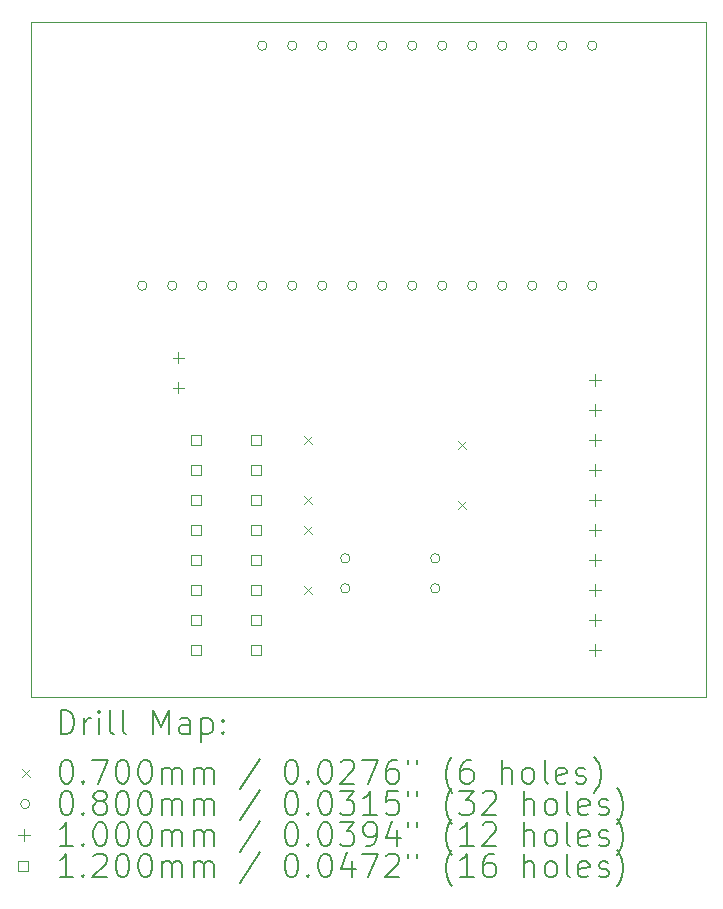
<source format=gbr>
%TF.GenerationSoftware,KiCad,Pcbnew,7.0.7*%
%TF.CreationDate,2023-10-16T22:47:09-07:00*%
%TF.ProjectId,Load Cell Ground Systems,4c6f6164-2043-4656-9c6c-2047726f756e,rev?*%
%TF.SameCoordinates,Original*%
%TF.FileFunction,Drillmap*%
%TF.FilePolarity,Positive*%
%FSLAX45Y45*%
G04 Gerber Fmt 4.5, Leading zero omitted, Abs format (unit mm)*
G04 Created by KiCad (PCBNEW 7.0.7) date 2023-10-16 22:47:09*
%MOMM*%
%LPD*%
G01*
G04 APERTURE LIST*
%ADD10C,0.100000*%
%ADD11C,0.200000*%
%ADD12C,0.070000*%
%ADD13C,0.080000*%
%ADD14C,0.120000*%
G04 APERTURE END LIST*
D10*
X2540000Y-2540000D02*
X8255000Y-2540000D01*
X8255000Y-8255000D01*
X2540000Y-8255000D01*
X2540000Y-2540000D01*
D11*
D12*
X4854000Y-6810000D02*
X4924000Y-6880000D01*
X4924000Y-6810000D02*
X4854000Y-6880000D01*
X4854000Y-7318000D02*
X4924000Y-7388000D01*
X4924000Y-7318000D02*
X4854000Y-7388000D01*
X4856000Y-6047000D02*
X4926000Y-6117000D01*
X4926000Y-6047000D02*
X4856000Y-6117000D01*
X4856000Y-6555000D02*
X4926000Y-6625000D01*
X4926000Y-6555000D02*
X4856000Y-6625000D01*
X6156000Y-6091000D02*
X6226000Y-6161000D01*
X6226000Y-6091000D02*
X6156000Y-6161000D01*
X6156000Y-6599000D02*
X6226000Y-6669000D01*
X6226000Y-6599000D02*
X6156000Y-6669000D01*
D13*
X3525000Y-4776000D02*
G75*
G03*
X3525000Y-4776000I-40000J0D01*
G01*
X3779000Y-4776000D02*
G75*
G03*
X3779000Y-4776000I-40000J0D01*
G01*
X4033000Y-4776000D02*
G75*
G03*
X4033000Y-4776000I-40000J0D01*
G01*
X4287000Y-4776000D02*
G75*
G03*
X4287000Y-4776000I-40000J0D01*
G01*
X4541000Y-2744000D02*
G75*
G03*
X4541000Y-2744000I-40000J0D01*
G01*
X4541000Y-4776000D02*
G75*
G03*
X4541000Y-4776000I-40000J0D01*
G01*
X4795000Y-2744000D02*
G75*
G03*
X4795000Y-2744000I-40000J0D01*
G01*
X4795000Y-4776000D02*
G75*
G03*
X4795000Y-4776000I-40000J0D01*
G01*
X5049000Y-2744000D02*
G75*
G03*
X5049000Y-2744000I-40000J0D01*
G01*
X5049000Y-4776000D02*
G75*
G03*
X5049000Y-4776000I-40000J0D01*
G01*
X5244000Y-7084000D02*
G75*
G03*
X5244000Y-7084000I-40000J0D01*
G01*
X5244000Y-7338000D02*
G75*
G03*
X5244000Y-7338000I-40000J0D01*
G01*
X5303000Y-2744000D02*
G75*
G03*
X5303000Y-2744000I-40000J0D01*
G01*
X5303000Y-4776000D02*
G75*
G03*
X5303000Y-4776000I-40000J0D01*
G01*
X5557000Y-2744000D02*
G75*
G03*
X5557000Y-2744000I-40000J0D01*
G01*
X5557000Y-4776000D02*
G75*
G03*
X5557000Y-4776000I-40000J0D01*
G01*
X5811000Y-2744000D02*
G75*
G03*
X5811000Y-2744000I-40000J0D01*
G01*
X5811000Y-4776000D02*
G75*
G03*
X5811000Y-4776000I-40000J0D01*
G01*
X6006000Y-7084000D02*
G75*
G03*
X6006000Y-7084000I-40000J0D01*
G01*
X6006000Y-7338000D02*
G75*
G03*
X6006000Y-7338000I-40000J0D01*
G01*
X6065000Y-2744000D02*
G75*
G03*
X6065000Y-2744000I-40000J0D01*
G01*
X6065000Y-4776000D02*
G75*
G03*
X6065000Y-4776000I-40000J0D01*
G01*
X6319000Y-2744000D02*
G75*
G03*
X6319000Y-2744000I-40000J0D01*
G01*
X6319000Y-4776000D02*
G75*
G03*
X6319000Y-4776000I-40000J0D01*
G01*
X6573000Y-2744000D02*
G75*
G03*
X6573000Y-2744000I-40000J0D01*
G01*
X6573000Y-4776000D02*
G75*
G03*
X6573000Y-4776000I-40000J0D01*
G01*
X6827000Y-2744000D02*
G75*
G03*
X6827000Y-2744000I-40000J0D01*
G01*
X6827000Y-4776000D02*
G75*
G03*
X6827000Y-4776000I-40000J0D01*
G01*
X7081000Y-2744000D02*
G75*
G03*
X7081000Y-2744000I-40000J0D01*
G01*
X7081000Y-4776000D02*
G75*
G03*
X7081000Y-4776000I-40000J0D01*
G01*
X7335000Y-2744000D02*
G75*
G03*
X7335000Y-2744000I-40000J0D01*
G01*
X7335000Y-4776000D02*
G75*
G03*
X7335000Y-4776000I-40000J0D01*
G01*
D10*
X3791500Y-5334000D02*
X3791500Y-5434000D01*
X3741500Y-5384000D02*
X3841500Y-5384000D01*
X3791500Y-5588000D02*
X3791500Y-5688000D01*
X3741500Y-5638000D02*
X3841500Y-5638000D01*
X7316000Y-5525000D02*
X7316000Y-5625000D01*
X7266000Y-5575000D02*
X7366000Y-5575000D01*
X7316000Y-5779000D02*
X7316000Y-5879000D01*
X7266000Y-5829000D02*
X7366000Y-5829000D01*
X7316000Y-6033000D02*
X7316000Y-6133000D01*
X7266000Y-6083000D02*
X7366000Y-6083000D01*
X7316000Y-6287000D02*
X7316000Y-6387000D01*
X7266000Y-6337000D02*
X7366000Y-6337000D01*
X7316000Y-6541000D02*
X7316000Y-6641000D01*
X7266000Y-6591000D02*
X7366000Y-6591000D01*
X7316000Y-6795000D02*
X7316000Y-6895000D01*
X7266000Y-6845000D02*
X7366000Y-6845000D01*
X7316000Y-7049000D02*
X7316000Y-7149000D01*
X7266000Y-7099000D02*
X7366000Y-7099000D01*
X7316000Y-7303000D02*
X7316000Y-7403000D01*
X7266000Y-7353000D02*
X7366000Y-7353000D01*
X7316000Y-7557000D02*
X7316000Y-7657000D01*
X7266000Y-7607000D02*
X7366000Y-7607000D01*
X7316000Y-7811000D02*
X7316000Y-7911000D01*
X7266000Y-7861000D02*
X7366000Y-7861000D01*
D14*
X3979427Y-6121427D02*
X3979427Y-6036573D01*
X3894573Y-6036573D01*
X3894573Y-6121427D01*
X3979427Y-6121427D01*
X3979427Y-6375427D02*
X3979427Y-6290573D01*
X3894573Y-6290573D01*
X3894573Y-6375427D01*
X3979427Y-6375427D01*
X3979427Y-6629427D02*
X3979427Y-6544573D01*
X3894573Y-6544573D01*
X3894573Y-6629427D01*
X3979427Y-6629427D01*
X3979427Y-6883427D02*
X3979427Y-6798573D01*
X3894573Y-6798573D01*
X3894573Y-6883427D01*
X3979427Y-6883427D01*
X3979427Y-7137427D02*
X3979427Y-7052573D01*
X3894573Y-7052573D01*
X3894573Y-7137427D01*
X3979427Y-7137427D01*
X3979427Y-7391427D02*
X3979427Y-7306573D01*
X3894573Y-7306573D01*
X3894573Y-7391427D01*
X3979427Y-7391427D01*
X3979427Y-7645427D02*
X3979427Y-7560573D01*
X3894573Y-7560573D01*
X3894573Y-7645427D01*
X3979427Y-7645427D01*
X3979427Y-7899427D02*
X3979427Y-7814573D01*
X3894573Y-7814573D01*
X3894573Y-7899427D01*
X3979427Y-7899427D01*
X4487427Y-6121427D02*
X4487427Y-6036573D01*
X4402573Y-6036573D01*
X4402573Y-6121427D01*
X4487427Y-6121427D01*
X4487427Y-6375427D02*
X4487427Y-6290573D01*
X4402573Y-6290573D01*
X4402573Y-6375427D01*
X4487427Y-6375427D01*
X4487427Y-6629427D02*
X4487427Y-6544573D01*
X4402573Y-6544573D01*
X4402573Y-6629427D01*
X4487427Y-6629427D01*
X4487427Y-6883427D02*
X4487427Y-6798573D01*
X4402573Y-6798573D01*
X4402573Y-6883427D01*
X4487427Y-6883427D01*
X4487427Y-7137427D02*
X4487427Y-7052573D01*
X4402573Y-7052573D01*
X4402573Y-7137427D01*
X4487427Y-7137427D01*
X4487427Y-7391427D02*
X4487427Y-7306573D01*
X4402573Y-7306573D01*
X4402573Y-7391427D01*
X4487427Y-7391427D01*
X4487427Y-7645427D02*
X4487427Y-7560573D01*
X4402573Y-7560573D01*
X4402573Y-7645427D01*
X4487427Y-7645427D01*
X4487427Y-7899427D02*
X4487427Y-7814573D01*
X4402573Y-7814573D01*
X4402573Y-7899427D01*
X4487427Y-7899427D01*
D11*
X2795777Y-8571484D02*
X2795777Y-8371484D01*
X2795777Y-8371484D02*
X2843396Y-8371484D01*
X2843396Y-8371484D02*
X2871967Y-8381008D01*
X2871967Y-8381008D02*
X2891015Y-8400055D01*
X2891015Y-8400055D02*
X2900539Y-8419103D01*
X2900539Y-8419103D02*
X2910062Y-8457198D01*
X2910062Y-8457198D02*
X2910062Y-8485770D01*
X2910062Y-8485770D02*
X2900539Y-8523865D01*
X2900539Y-8523865D02*
X2891015Y-8542912D01*
X2891015Y-8542912D02*
X2871967Y-8561960D01*
X2871967Y-8561960D02*
X2843396Y-8571484D01*
X2843396Y-8571484D02*
X2795777Y-8571484D01*
X2995777Y-8571484D02*
X2995777Y-8438150D01*
X2995777Y-8476246D02*
X3005301Y-8457198D01*
X3005301Y-8457198D02*
X3014824Y-8447674D01*
X3014824Y-8447674D02*
X3033872Y-8438150D01*
X3033872Y-8438150D02*
X3052920Y-8438150D01*
X3119586Y-8571484D02*
X3119586Y-8438150D01*
X3119586Y-8371484D02*
X3110062Y-8381008D01*
X3110062Y-8381008D02*
X3119586Y-8390531D01*
X3119586Y-8390531D02*
X3129110Y-8381008D01*
X3129110Y-8381008D02*
X3119586Y-8371484D01*
X3119586Y-8371484D02*
X3119586Y-8390531D01*
X3243396Y-8571484D02*
X3224348Y-8561960D01*
X3224348Y-8561960D02*
X3214824Y-8542912D01*
X3214824Y-8542912D02*
X3214824Y-8371484D01*
X3348158Y-8571484D02*
X3329110Y-8561960D01*
X3329110Y-8561960D02*
X3319586Y-8542912D01*
X3319586Y-8542912D02*
X3319586Y-8371484D01*
X3576729Y-8571484D02*
X3576729Y-8371484D01*
X3576729Y-8371484D02*
X3643396Y-8514341D01*
X3643396Y-8514341D02*
X3710062Y-8371484D01*
X3710062Y-8371484D02*
X3710062Y-8571484D01*
X3891015Y-8571484D02*
X3891015Y-8466722D01*
X3891015Y-8466722D02*
X3881491Y-8447674D01*
X3881491Y-8447674D02*
X3862443Y-8438150D01*
X3862443Y-8438150D02*
X3824348Y-8438150D01*
X3824348Y-8438150D02*
X3805301Y-8447674D01*
X3891015Y-8561960D02*
X3871967Y-8571484D01*
X3871967Y-8571484D02*
X3824348Y-8571484D01*
X3824348Y-8571484D02*
X3805301Y-8561960D01*
X3805301Y-8561960D02*
X3795777Y-8542912D01*
X3795777Y-8542912D02*
X3795777Y-8523865D01*
X3795777Y-8523865D02*
X3805301Y-8504817D01*
X3805301Y-8504817D02*
X3824348Y-8495293D01*
X3824348Y-8495293D02*
X3871967Y-8495293D01*
X3871967Y-8495293D02*
X3891015Y-8485770D01*
X3986253Y-8438150D02*
X3986253Y-8638150D01*
X3986253Y-8447674D02*
X4005301Y-8438150D01*
X4005301Y-8438150D02*
X4043396Y-8438150D01*
X4043396Y-8438150D02*
X4062443Y-8447674D01*
X4062443Y-8447674D02*
X4071967Y-8457198D01*
X4071967Y-8457198D02*
X4081491Y-8476246D01*
X4081491Y-8476246D02*
X4081491Y-8533389D01*
X4081491Y-8533389D02*
X4071967Y-8552436D01*
X4071967Y-8552436D02*
X4062443Y-8561960D01*
X4062443Y-8561960D02*
X4043396Y-8571484D01*
X4043396Y-8571484D02*
X4005301Y-8571484D01*
X4005301Y-8571484D02*
X3986253Y-8561960D01*
X4167205Y-8552436D02*
X4176729Y-8561960D01*
X4176729Y-8561960D02*
X4167205Y-8571484D01*
X4167205Y-8571484D02*
X4157682Y-8561960D01*
X4157682Y-8561960D02*
X4167205Y-8552436D01*
X4167205Y-8552436D02*
X4167205Y-8571484D01*
X4167205Y-8447674D02*
X4176729Y-8457198D01*
X4176729Y-8457198D02*
X4167205Y-8466722D01*
X4167205Y-8466722D02*
X4157682Y-8457198D01*
X4157682Y-8457198D02*
X4167205Y-8447674D01*
X4167205Y-8447674D02*
X4167205Y-8466722D01*
D12*
X2465000Y-8865000D02*
X2535000Y-8935000D01*
X2535000Y-8865000D02*
X2465000Y-8935000D01*
D11*
X2833872Y-8791484D02*
X2852920Y-8791484D01*
X2852920Y-8791484D02*
X2871967Y-8801008D01*
X2871967Y-8801008D02*
X2881491Y-8810531D01*
X2881491Y-8810531D02*
X2891015Y-8829579D01*
X2891015Y-8829579D02*
X2900539Y-8867674D01*
X2900539Y-8867674D02*
X2900539Y-8915293D01*
X2900539Y-8915293D02*
X2891015Y-8953389D01*
X2891015Y-8953389D02*
X2881491Y-8972436D01*
X2881491Y-8972436D02*
X2871967Y-8981960D01*
X2871967Y-8981960D02*
X2852920Y-8991484D01*
X2852920Y-8991484D02*
X2833872Y-8991484D01*
X2833872Y-8991484D02*
X2814824Y-8981960D01*
X2814824Y-8981960D02*
X2805301Y-8972436D01*
X2805301Y-8972436D02*
X2795777Y-8953389D01*
X2795777Y-8953389D02*
X2786253Y-8915293D01*
X2786253Y-8915293D02*
X2786253Y-8867674D01*
X2786253Y-8867674D02*
X2795777Y-8829579D01*
X2795777Y-8829579D02*
X2805301Y-8810531D01*
X2805301Y-8810531D02*
X2814824Y-8801008D01*
X2814824Y-8801008D02*
X2833872Y-8791484D01*
X2986253Y-8972436D02*
X2995777Y-8981960D01*
X2995777Y-8981960D02*
X2986253Y-8991484D01*
X2986253Y-8991484D02*
X2976729Y-8981960D01*
X2976729Y-8981960D02*
X2986253Y-8972436D01*
X2986253Y-8972436D02*
X2986253Y-8991484D01*
X3062443Y-8791484D02*
X3195777Y-8791484D01*
X3195777Y-8791484D02*
X3110062Y-8991484D01*
X3310062Y-8791484D02*
X3329110Y-8791484D01*
X3329110Y-8791484D02*
X3348158Y-8801008D01*
X3348158Y-8801008D02*
X3357682Y-8810531D01*
X3357682Y-8810531D02*
X3367205Y-8829579D01*
X3367205Y-8829579D02*
X3376729Y-8867674D01*
X3376729Y-8867674D02*
X3376729Y-8915293D01*
X3376729Y-8915293D02*
X3367205Y-8953389D01*
X3367205Y-8953389D02*
X3357682Y-8972436D01*
X3357682Y-8972436D02*
X3348158Y-8981960D01*
X3348158Y-8981960D02*
X3329110Y-8991484D01*
X3329110Y-8991484D02*
X3310062Y-8991484D01*
X3310062Y-8991484D02*
X3291015Y-8981960D01*
X3291015Y-8981960D02*
X3281491Y-8972436D01*
X3281491Y-8972436D02*
X3271967Y-8953389D01*
X3271967Y-8953389D02*
X3262443Y-8915293D01*
X3262443Y-8915293D02*
X3262443Y-8867674D01*
X3262443Y-8867674D02*
X3271967Y-8829579D01*
X3271967Y-8829579D02*
X3281491Y-8810531D01*
X3281491Y-8810531D02*
X3291015Y-8801008D01*
X3291015Y-8801008D02*
X3310062Y-8791484D01*
X3500539Y-8791484D02*
X3519586Y-8791484D01*
X3519586Y-8791484D02*
X3538634Y-8801008D01*
X3538634Y-8801008D02*
X3548158Y-8810531D01*
X3548158Y-8810531D02*
X3557682Y-8829579D01*
X3557682Y-8829579D02*
X3567205Y-8867674D01*
X3567205Y-8867674D02*
X3567205Y-8915293D01*
X3567205Y-8915293D02*
X3557682Y-8953389D01*
X3557682Y-8953389D02*
X3548158Y-8972436D01*
X3548158Y-8972436D02*
X3538634Y-8981960D01*
X3538634Y-8981960D02*
X3519586Y-8991484D01*
X3519586Y-8991484D02*
X3500539Y-8991484D01*
X3500539Y-8991484D02*
X3481491Y-8981960D01*
X3481491Y-8981960D02*
X3471967Y-8972436D01*
X3471967Y-8972436D02*
X3462443Y-8953389D01*
X3462443Y-8953389D02*
X3452920Y-8915293D01*
X3452920Y-8915293D02*
X3452920Y-8867674D01*
X3452920Y-8867674D02*
X3462443Y-8829579D01*
X3462443Y-8829579D02*
X3471967Y-8810531D01*
X3471967Y-8810531D02*
X3481491Y-8801008D01*
X3481491Y-8801008D02*
X3500539Y-8791484D01*
X3652920Y-8991484D02*
X3652920Y-8858150D01*
X3652920Y-8877198D02*
X3662443Y-8867674D01*
X3662443Y-8867674D02*
X3681491Y-8858150D01*
X3681491Y-8858150D02*
X3710063Y-8858150D01*
X3710063Y-8858150D02*
X3729110Y-8867674D01*
X3729110Y-8867674D02*
X3738634Y-8886722D01*
X3738634Y-8886722D02*
X3738634Y-8991484D01*
X3738634Y-8886722D02*
X3748158Y-8867674D01*
X3748158Y-8867674D02*
X3767205Y-8858150D01*
X3767205Y-8858150D02*
X3795777Y-8858150D01*
X3795777Y-8858150D02*
X3814824Y-8867674D01*
X3814824Y-8867674D02*
X3824348Y-8886722D01*
X3824348Y-8886722D02*
X3824348Y-8991484D01*
X3919586Y-8991484D02*
X3919586Y-8858150D01*
X3919586Y-8877198D02*
X3929110Y-8867674D01*
X3929110Y-8867674D02*
X3948158Y-8858150D01*
X3948158Y-8858150D02*
X3976729Y-8858150D01*
X3976729Y-8858150D02*
X3995777Y-8867674D01*
X3995777Y-8867674D02*
X4005301Y-8886722D01*
X4005301Y-8886722D02*
X4005301Y-8991484D01*
X4005301Y-8886722D02*
X4014824Y-8867674D01*
X4014824Y-8867674D02*
X4033872Y-8858150D01*
X4033872Y-8858150D02*
X4062443Y-8858150D01*
X4062443Y-8858150D02*
X4081491Y-8867674D01*
X4081491Y-8867674D02*
X4091015Y-8886722D01*
X4091015Y-8886722D02*
X4091015Y-8991484D01*
X4481491Y-8781960D02*
X4310063Y-9039103D01*
X4738634Y-8791484D02*
X4757682Y-8791484D01*
X4757682Y-8791484D02*
X4776729Y-8801008D01*
X4776729Y-8801008D02*
X4786253Y-8810531D01*
X4786253Y-8810531D02*
X4795777Y-8829579D01*
X4795777Y-8829579D02*
X4805301Y-8867674D01*
X4805301Y-8867674D02*
X4805301Y-8915293D01*
X4805301Y-8915293D02*
X4795777Y-8953389D01*
X4795777Y-8953389D02*
X4786253Y-8972436D01*
X4786253Y-8972436D02*
X4776729Y-8981960D01*
X4776729Y-8981960D02*
X4757682Y-8991484D01*
X4757682Y-8991484D02*
X4738634Y-8991484D01*
X4738634Y-8991484D02*
X4719587Y-8981960D01*
X4719587Y-8981960D02*
X4710063Y-8972436D01*
X4710063Y-8972436D02*
X4700539Y-8953389D01*
X4700539Y-8953389D02*
X4691015Y-8915293D01*
X4691015Y-8915293D02*
X4691015Y-8867674D01*
X4691015Y-8867674D02*
X4700539Y-8829579D01*
X4700539Y-8829579D02*
X4710063Y-8810531D01*
X4710063Y-8810531D02*
X4719587Y-8801008D01*
X4719587Y-8801008D02*
X4738634Y-8791484D01*
X4891015Y-8972436D02*
X4900539Y-8981960D01*
X4900539Y-8981960D02*
X4891015Y-8991484D01*
X4891015Y-8991484D02*
X4881491Y-8981960D01*
X4881491Y-8981960D02*
X4891015Y-8972436D01*
X4891015Y-8972436D02*
X4891015Y-8991484D01*
X5024348Y-8791484D02*
X5043396Y-8791484D01*
X5043396Y-8791484D02*
X5062444Y-8801008D01*
X5062444Y-8801008D02*
X5071968Y-8810531D01*
X5071968Y-8810531D02*
X5081491Y-8829579D01*
X5081491Y-8829579D02*
X5091015Y-8867674D01*
X5091015Y-8867674D02*
X5091015Y-8915293D01*
X5091015Y-8915293D02*
X5081491Y-8953389D01*
X5081491Y-8953389D02*
X5071968Y-8972436D01*
X5071968Y-8972436D02*
X5062444Y-8981960D01*
X5062444Y-8981960D02*
X5043396Y-8991484D01*
X5043396Y-8991484D02*
X5024348Y-8991484D01*
X5024348Y-8991484D02*
X5005301Y-8981960D01*
X5005301Y-8981960D02*
X4995777Y-8972436D01*
X4995777Y-8972436D02*
X4986253Y-8953389D01*
X4986253Y-8953389D02*
X4976729Y-8915293D01*
X4976729Y-8915293D02*
X4976729Y-8867674D01*
X4976729Y-8867674D02*
X4986253Y-8829579D01*
X4986253Y-8829579D02*
X4995777Y-8810531D01*
X4995777Y-8810531D02*
X5005301Y-8801008D01*
X5005301Y-8801008D02*
X5024348Y-8791484D01*
X5167206Y-8810531D02*
X5176729Y-8801008D01*
X5176729Y-8801008D02*
X5195777Y-8791484D01*
X5195777Y-8791484D02*
X5243396Y-8791484D01*
X5243396Y-8791484D02*
X5262444Y-8801008D01*
X5262444Y-8801008D02*
X5271968Y-8810531D01*
X5271968Y-8810531D02*
X5281491Y-8829579D01*
X5281491Y-8829579D02*
X5281491Y-8848627D01*
X5281491Y-8848627D02*
X5271968Y-8877198D01*
X5271968Y-8877198D02*
X5157682Y-8991484D01*
X5157682Y-8991484D02*
X5281491Y-8991484D01*
X5348158Y-8791484D02*
X5481491Y-8791484D01*
X5481491Y-8791484D02*
X5395777Y-8991484D01*
X5643396Y-8791484D02*
X5605301Y-8791484D01*
X5605301Y-8791484D02*
X5586253Y-8801008D01*
X5586253Y-8801008D02*
X5576729Y-8810531D01*
X5576729Y-8810531D02*
X5557682Y-8839103D01*
X5557682Y-8839103D02*
X5548158Y-8877198D01*
X5548158Y-8877198D02*
X5548158Y-8953389D01*
X5548158Y-8953389D02*
X5557682Y-8972436D01*
X5557682Y-8972436D02*
X5567206Y-8981960D01*
X5567206Y-8981960D02*
X5586253Y-8991484D01*
X5586253Y-8991484D02*
X5624348Y-8991484D01*
X5624348Y-8991484D02*
X5643396Y-8981960D01*
X5643396Y-8981960D02*
X5652920Y-8972436D01*
X5652920Y-8972436D02*
X5662444Y-8953389D01*
X5662444Y-8953389D02*
X5662444Y-8905770D01*
X5662444Y-8905770D02*
X5652920Y-8886722D01*
X5652920Y-8886722D02*
X5643396Y-8877198D01*
X5643396Y-8877198D02*
X5624348Y-8867674D01*
X5624348Y-8867674D02*
X5586253Y-8867674D01*
X5586253Y-8867674D02*
X5567206Y-8877198D01*
X5567206Y-8877198D02*
X5557682Y-8886722D01*
X5557682Y-8886722D02*
X5548158Y-8905770D01*
X5738634Y-8791484D02*
X5738634Y-8829579D01*
X5814825Y-8791484D02*
X5814825Y-8829579D01*
X6110063Y-9067674D02*
X6100539Y-9058150D01*
X6100539Y-9058150D02*
X6081491Y-9029579D01*
X6081491Y-9029579D02*
X6071968Y-9010531D01*
X6071968Y-9010531D02*
X6062444Y-8981960D01*
X6062444Y-8981960D02*
X6052920Y-8934341D01*
X6052920Y-8934341D02*
X6052920Y-8896246D01*
X6052920Y-8896246D02*
X6062444Y-8848627D01*
X6062444Y-8848627D02*
X6071968Y-8820055D01*
X6071968Y-8820055D02*
X6081491Y-8801008D01*
X6081491Y-8801008D02*
X6100539Y-8772436D01*
X6100539Y-8772436D02*
X6110063Y-8762912D01*
X6271968Y-8791484D02*
X6233872Y-8791484D01*
X6233872Y-8791484D02*
X6214825Y-8801008D01*
X6214825Y-8801008D02*
X6205301Y-8810531D01*
X6205301Y-8810531D02*
X6186253Y-8839103D01*
X6186253Y-8839103D02*
X6176729Y-8877198D01*
X6176729Y-8877198D02*
X6176729Y-8953389D01*
X6176729Y-8953389D02*
X6186253Y-8972436D01*
X6186253Y-8972436D02*
X6195777Y-8981960D01*
X6195777Y-8981960D02*
X6214825Y-8991484D01*
X6214825Y-8991484D02*
X6252920Y-8991484D01*
X6252920Y-8991484D02*
X6271968Y-8981960D01*
X6271968Y-8981960D02*
X6281491Y-8972436D01*
X6281491Y-8972436D02*
X6291015Y-8953389D01*
X6291015Y-8953389D02*
X6291015Y-8905770D01*
X6291015Y-8905770D02*
X6281491Y-8886722D01*
X6281491Y-8886722D02*
X6271968Y-8877198D01*
X6271968Y-8877198D02*
X6252920Y-8867674D01*
X6252920Y-8867674D02*
X6214825Y-8867674D01*
X6214825Y-8867674D02*
X6195777Y-8877198D01*
X6195777Y-8877198D02*
X6186253Y-8886722D01*
X6186253Y-8886722D02*
X6176729Y-8905770D01*
X6529110Y-8991484D02*
X6529110Y-8791484D01*
X6614825Y-8991484D02*
X6614825Y-8886722D01*
X6614825Y-8886722D02*
X6605301Y-8867674D01*
X6605301Y-8867674D02*
X6586253Y-8858150D01*
X6586253Y-8858150D02*
X6557682Y-8858150D01*
X6557682Y-8858150D02*
X6538634Y-8867674D01*
X6538634Y-8867674D02*
X6529110Y-8877198D01*
X6738634Y-8991484D02*
X6719587Y-8981960D01*
X6719587Y-8981960D02*
X6710063Y-8972436D01*
X6710063Y-8972436D02*
X6700539Y-8953389D01*
X6700539Y-8953389D02*
X6700539Y-8896246D01*
X6700539Y-8896246D02*
X6710063Y-8877198D01*
X6710063Y-8877198D02*
X6719587Y-8867674D01*
X6719587Y-8867674D02*
X6738634Y-8858150D01*
X6738634Y-8858150D02*
X6767206Y-8858150D01*
X6767206Y-8858150D02*
X6786253Y-8867674D01*
X6786253Y-8867674D02*
X6795777Y-8877198D01*
X6795777Y-8877198D02*
X6805301Y-8896246D01*
X6805301Y-8896246D02*
X6805301Y-8953389D01*
X6805301Y-8953389D02*
X6795777Y-8972436D01*
X6795777Y-8972436D02*
X6786253Y-8981960D01*
X6786253Y-8981960D02*
X6767206Y-8991484D01*
X6767206Y-8991484D02*
X6738634Y-8991484D01*
X6919587Y-8991484D02*
X6900539Y-8981960D01*
X6900539Y-8981960D02*
X6891015Y-8962912D01*
X6891015Y-8962912D02*
X6891015Y-8791484D01*
X7071968Y-8981960D02*
X7052920Y-8991484D01*
X7052920Y-8991484D02*
X7014825Y-8991484D01*
X7014825Y-8991484D02*
X6995777Y-8981960D01*
X6995777Y-8981960D02*
X6986253Y-8962912D01*
X6986253Y-8962912D02*
X6986253Y-8886722D01*
X6986253Y-8886722D02*
X6995777Y-8867674D01*
X6995777Y-8867674D02*
X7014825Y-8858150D01*
X7014825Y-8858150D02*
X7052920Y-8858150D01*
X7052920Y-8858150D02*
X7071968Y-8867674D01*
X7071968Y-8867674D02*
X7081491Y-8886722D01*
X7081491Y-8886722D02*
X7081491Y-8905770D01*
X7081491Y-8905770D02*
X6986253Y-8924817D01*
X7157682Y-8981960D02*
X7176730Y-8991484D01*
X7176730Y-8991484D02*
X7214825Y-8991484D01*
X7214825Y-8991484D02*
X7233872Y-8981960D01*
X7233872Y-8981960D02*
X7243396Y-8962912D01*
X7243396Y-8962912D02*
X7243396Y-8953389D01*
X7243396Y-8953389D02*
X7233872Y-8934341D01*
X7233872Y-8934341D02*
X7214825Y-8924817D01*
X7214825Y-8924817D02*
X7186253Y-8924817D01*
X7186253Y-8924817D02*
X7167206Y-8915293D01*
X7167206Y-8915293D02*
X7157682Y-8896246D01*
X7157682Y-8896246D02*
X7157682Y-8886722D01*
X7157682Y-8886722D02*
X7167206Y-8867674D01*
X7167206Y-8867674D02*
X7186253Y-8858150D01*
X7186253Y-8858150D02*
X7214825Y-8858150D01*
X7214825Y-8858150D02*
X7233872Y-8867674D01*
X7310063Y-9067674D02*
X7319587Y-9058150D01*
X7319587Y-9058150D02*
X7338634Y-9029579D01*
X7338634Y-9029579D02*
X7348158Y-9010531D01*
X7348158Y-9010531D02*
X7357682Y-8981960D01*
X7357682Y-8981960D02*
X7367206Y-8934341D01*
X7367206Y-8934341D02*
X7367206Y-8896246D01*
X7367206Y-8896246D02*
X7357682Y-8848627D01*
X7357682Y-8848627D02*
X7348158Y-8820055D01*
X7348158Y-8820055D02*
X7338634Y-8801008D01*
X7338634Y-8801008D02*
X7319587Y-8772436D01*
X7319587Y-8772436D02*
X7310063Y-8762912D01*
D13*
X2535000Y-9164000D02*
G75*
G03*
X2535000Y-9164000I-40000J0D01*
G01*
D11*
X2833872Y-9055484D02*
X2852920Y-9055484D01*
X2852920Y-9055484D02*
X2871967Y-9065008D01*
X2871967Y-9065008D02*
X2881491Y-9074531D01*
X2881491Y-9074531D02*
X2891015Y-9093579D01*
X2891015Y-9093579D02*
X2900539Y-9131674D01*
X2900539Y-9131674D02*
X2900539Y-9179293D01*
X2900539Y-9179293D02*
X2891015Y-9217389D01*
X2891015Y-9217389D02*
X2881491Y-9236436D01*
X2881491Y-9236436D02*
X2871967Y-9245960D01*
X2871967Y-9245960D02*
X2852920Y-9255484D01*
X2852920Y-9255484D02*
X2833872Y-9255484D01*
X2833872Y-9255484D02*
X2814824Y-9245960D01*
X2814824Y-9245960D02*
X2805301Y-9236436D01*
X2805301Y-9236436D02*
X2795777Y-9217389D01*
X2795777Y-9217389D02*
X2786253Y-9179293D01*
X2786253Y-9179293D02*
X2786253Y-9131674D01*
X2786253Y-9131674D02*
X2795777Y-9093579D01*
X2795777Y-9093579D02*
X2805301Y-9074531D01*
X2805301Y-9074531D02*
X2814824Y-9065008D01*
X2814824Y-9065008D02*
X2833872Y-9055484D01*
X2986253Y-9236436D02*
X2995777Y-9245960D01*
X2995777Y-9245960D02*
X2986253Y-9255484D01*
X2986253Y-9255484D02*
X2976729Y-9245960D01*
X2976729Y-9245960D02*
X2986253Y-9236436D01*
X2986253Y-9236436D02*
X2986253Y-9255484D01*
X3110062Y-9141198D02*
X3091015Y-9131674D01*
X3091015Y-9131674D02*
X3081491Y-9122150D01*
X3081491Y-9122150D02*
X3071967Y-9103103D01*
X3071967Y-9103103D02*
X3071967Y-9093579D01*
X3071967Y-9093579D02*
X3081491Y-9074531D01*
X3081491Y-9074531D02*
X3091015Y-9065008D01*
X3091015Y-9065008D02*
X3110062Y-9055484D01*
X3110062Y-9055484D02*
X3148158Y-9055484D01*
X3148158Y-9055484D02*
X3167205Y-9065008D01*
X3167205Y-9065008D02*
X3176729Y-9074531D01*
X3176729Y-9074531D02*
X3186253Y-9093579D01*
X3186253Y-9093579D02*
X3186253Y-9103103D01*
X3186253Y-9103103D02*
X3176729Y-9122150D01*
X3176729Y-9122150D02*
X3167205Y-9131674D01*
X3167205Y-9131674D02*
X3148158Y-9141198D01*
X3148158Y-9141198D02*
X3110062Y-9141198D01*
X3110062Y-9141198D02*
X3091015Y-9150722D01*
X3091015Y-9150722D02*
X3081491Y-9160246D01*
X3081491Y-9160246D02*
X3071967Y-9179293D01*
X3071967Y-9179293D02*
X3071967Y-9217389D01*
X3071967Y-9217389D02*
X3081491Y-9236436D01*
X3081491Y-9236436D02*
X3091015Y-9245960D01*
X3091015Y-9245960D02*
X3110062Y-9255484D01*
X3110062Y-9255484D02*
X3148158Y-9255484D01*
X3148158Y-9255484D02*
X3167205Y-9245960D01*
X3167205Y-9245960D02*
X3176729Y-9236436D01*
X3176729Y-9236436D02*
X3186253Y-9217389D01*
X3186253Y-9217389D02*
X3186253Y-9179293D01*
X3186253Y-9179293D02*
X3176729Y-9160246D01*
X3176729Y-9160246D02*
X3167205Y-9150722D01*
X3167205Y-9150722D02*
X3148158Y-9141198D01*
X3310062Y-9055484D02*
X3329110Y-9055484D01*
X3329110Y-9055484D02*
X3348158Y-9065008D01*
X3348158Y-9065008D02*
X3357682Y-9074531D01*
X3357682Y-9074531D02*
X3367205Y-9093579D01*
X3367205Y-9093579D02*
X3376729Y-9131674D01*
X3376729Y-9131674D02*
X3376729Y-9179293D01*
X3376729Y-9179293D02*
X3367205Y-9217389D01*
X3367205Y-9217389D02*
X3357682Y-9236436D01*
X3357682Y-9236436D02*
X3348158Y-9245960D01*
X3348158Y-9245960D02*
X3329110Y-9255484D01*
X3329110Y-9255484D02*
X3310062Y-9255484D01*
X3310062Y-9255484D02*
X3291015Y-9245960D01*
X3291015Y-9245960D02*
X3281491Y-9236436D01*
X3281491Y-9236436D02*
X3271967Y-9217389D01*
X3271967Y-9217389D02*
X3262443Y-9179293D01*
X3262443Y-9179293D02*
X3262443Y-9131674D01*
X3262443Y-9131674D02*
X3271967Y-9093579D01*
X3271967Y-9093579D02*
X3281491Y-9074531D01*
X3281491Y-9074531D02*
X3291015Y-9065008D01*
X3291015Y-9065008D02*
X3310062Y-9055484D01*
X3500539Y-9055484D02*
X3519586Y-9055484D01*
X3519586Y-9055484D02*
X3538634Y-9065008D01*
X3538634Y-9065008D02*
X3548158Y-9074531D01*
X3548158Y-9074531D02*
X3557682Y-9093579D01*
X3557682Y-9093579D02*
X3567205Y-9131674D01*
X3567205Y-9131674D02*
X3567205Y-9179293D01*
X3567205Y-9179293D02*
X3557682Y-9217389D01*
X3557682Y-9217389D02*
X3548158Y-9236436D01*
X3548158Y-9236436D02*
X3538634Y-9245960D01*
X3538634Y-9245960D02*
X3519586Y-9255484D01*
X3519586Y-9255484D02*
X3500539Y-9255484D01*
X3500539Y-9255484D02*
X3481491Y-9245960D01*
X3481491Y-9245960D02*
X3471967Y-9236436D01*
X3471967Y-9236436D02*
X3462443Y-9217389D01*
X3462443Y-9217389D02*
X3452920Y-9179293D01*
X3452920Y-9179293D02*
X3452920Y-9131674D01*
X3452920Y-9131674D02*
X3462443Y-9093579D01*
X3462443Y-9093579D02*
X3471967Y-9074531D01*
X3471967Y-9074531D02*
X3481491Y-9065008D01*
X3481491Y-9065008D02*
X3500539Y-9055484D01*
X3652920Y-9255484D02*
X3652920Y-9122150D01*
X3652920Y-9141198D02*
X3662443Y-9131674D01*
X3662443Y-9131674D02*
X3681491Y-9122150D01*
X3681491Y-9122150D02*
X3710063Y-9122150D01*
X3710063Y-9122150D02*
X3729110Y-9131674D01*
X3729110Y-9131674D02*
X3738634Y-9150722D01*
X3738634Y-9150722D02*
X3738634Y-9255484D01*
X3738634Y-9150722D02*
X3748158Y-9131674D01*
X3748158Y-9131674D02*
X3767205Y-9122150D01*
X3767205Y-9122150D02*
X3795777Y-9122150D01*
X3795777Y-9122150D02*
X3814824Y-9131674D01*
X3814824Y-9131674D02*
X3824348Y-9150722D01*
X3824348Y-9150722D02*
X3824348Y-9255484D01*
X3919586Y-9255484D02*
X3919586Y-9122150D01*
X3919586Y-9141198D02*
X3929110Y-9131674D01*
X3929110Y-9131674D02*
X3948158Y-9122150D01*
X3948158Y-9122150D02*
X3976729Y-9122150D01*
X3976729Y-9122150D02*
X3995777Y-9131674D01*
X3995777Y-9131674D02*
X4005301Y-9150722D01*
X4005301Y-9150722D02*
X4005301Y-9255484D01*
X4005301Y-9150722D02*
X4014824Y-9131674D01*
X4014824Y-9131674D02*
X4033872Y-9122150D01*
X4033872Y-9122150D02*
X4062443Y-9122150D01*
X4062443Y-9122150D02*
X4081491Y-9131674D01*
X4081491Y-9131674D02*
X4091015Y-9150722D01*
X4091015Y-9150722D02*
X4091015Y-9255484D01*
X4481491Y-9045960D02*
X4310063Y-9303103D01*
X4738634Y-9055484D02*
X4757682Y-9055484D01*
X4757682Y-9055484D02*
X4776729Y-9065008D01*
X4776729Y-9065008D02*
X4786253Y-9074531D01*
X4786253Y-9074531D02*
X4795777Y-9093579D01*
X4795777Y-9093579D02*
X4805301Y-9131674D01*
X4805301Y-9131674D02*
X4805301Y-9179293D01*
X4805301Y-9179293D02*
X4795777Y-9217389D01*
X4795777Y-9217389D02*
X4786253Y-9236436D01*
X4786253Y-9236436D02*
X4776729Y-9245960D01*
X4776729Y-9245960D02*
X4757682Y-9255484D01*
X4757682Y-9255484D02*
X4738634Y-9255484D01*
X4738634Y-9255484D02*
X4719587Y-9245960D01*
X4719587Y-9245960D02*
X4710063Y-9236436D01*
X4710063Y-9236436D02*
X4700539Y-9217389D01*
X4700539Y-9217389D02*
X4691015Y-9179293D01*
X4691015Y-9179293D02*
X4691015Y-9131674D01*
X4691015Y-9131674D02*
X4700539Y-9093579D01*
X4700539Y-9093579D02*
X4710063Y-9074531D01*
X4710063Y-9074531D02*
X4719587Y-9065008D01*
X4719587Y-9065008D02*
X4738634Y-9055484D01*
X4891015Y-9236436D02*
X4900539Y-9245960D01*
X4900539Y-9245960D02*
X4891015Y-9255484D01*
X4891015Y-9255484D02*
X4881491Y-9245960D01*
X4881491Y-9245960D02*
X4891015Y-9236436D01*
X4891015Y-9236436D02*
X4891015Y-9255484D01*
X5024348Y-9055484D02*
X5043396Y-9055484D01*
X5043396Y-9055484D02*
X5062444Y-9065008D01*
X5062444Y-9065008D02*
X5071968Y-9074531D01*
X5071968Y-9074531D02*
X5081491Y-9093579D01*
X5081491Y-9093579D02*
X5091015Y-9131674D01*
X5091015Y-9131674D02*
X5091015Y-9179293D01*
X5091015Y-9179293D02*
X5081491Y-9217389D01*
X5081491Y-9217389D02*
X5071968Y-9236436D01*
X5071968Y-9236436D02*
X5062444Y-9245960D01*
X5062444Y-9245960D02*
X5043396Y-9255484D01*
X5043396Y-9255484D02*
X5024348Y-9255484D01*
X5024348Y-9255484D02*
X5005301Y-9245960D01*
X5005301Y-9245960D02*
X4995777Y-9236436D01*
X4995777Y-9236436D02*
X4986253Y-9217389D01*
X4986253Y-9217389D02*
X4976729Y-9179293D01*
X4976729Y-9179293D02*
X4976729Y-9131674D01*
X4976729Y-9131674D02*
X4986253Y-9093579D01*
X4986253Y-9093579D02*
X4995777Y-9074531D01*
X4995777Y-9074531D02*
X5005301Y-9065008D01*
X5005301Y-9065008D02*
X5024348Y-9055484D01*
X5157682Y-9055484D02*
X5281491Y-9055484D01*
X5281491Y-9055484D02*
X5214825Y-9131674D01*
X5214825Y-9131674D02*
X5243396Y-9131674D01*
X5243396Y-9131674D02*
X5262444Y-9141198D01*
X5262444Y-9141198D02*
X5271968Y-9150722D01*
X5271968Y-9150722D02*
X5281491Y-9169770D01*
X5281491Y-9169770D02*
X5281491Y-9217389D01*
X5281491Y-9217389D02*
X5271968Y-9236436D01*
X5271968Y-9236436D02*
X5262444Y-9245960D01*
X5262444Y-9245960D02*
X5243396Y-9255484D01*
X5243396Y-9255484D02*
X5186253Y-9255484D01*
X5186253Y-9255484D02*
X5167206Y-9245960D01*
X5167206Y-9245960D02*
X5157682Y-9236436D01*
X5471968Y-9255484D02*
X5357682Y-9255484D01*
X5414825Y-9255484D02*
X5414825Y-9055484D01*
X5414825Y-9055484D02*
X5395777Y-9084055D01*
X5395777Y-9084055D02*
X5376729Y-9103103D01*
X5376729Y-9103103D02*
X5357682Y-9112627D01*
X5652920Y-9055484D02*
X5557682Y-9055484D01*
X5557682Y-9055484D02*
X5548158Y-9150722D01*
X5548158Y-9150722D02*
X5557682Y-9141198D01*
X5557682Y-9141198D02*
X5576729Y-9131674D01*
X5576729Y-9131674D02*
X5624348Y-9131674D01*
X5624348Y-9131674D02*
X5643396Y-9141198D01*
X5643396Y-9141198D02*
X5652920Y-9150722D01*
X5652920Y-9150722D02*
X5662444Y-9169770D01*
X5662444Y-9169770D02*
X5662444Y-9217389D01*
X5662444Y-9217389D02*
X5652920Y-9236436D01*
X5652920Y-9236436D02*
X5643396Y-9245960D01*
X5643396Y-9245960D02*
X5624348Y-9255484D01*
X5624348Y-9255484D02*
X5576729Y-9255484D01*
X5576729Y-9255484D02*
X5557682Y-9245960D01*
X5557682Y-9245960D02*
X5548158Y-9236436D01*
X5738634Y-9055484D02*
X5738634Y-9093579D01*
X5814825Y-9055484D02*
X5814825Y-9093579D01*
X6110063Y-9331674D02*
X6100539Y-9322150D01*
X6100539Y-9322150D02*
X6081491Y-9293579D01*
X6081491Y-9293579D02*
X6071968Y-9274531D01*
X6071968Y-9274531D02*
X6062444Y-9245960D01*
X6062444Y-9245960D02*
X6052920Y-9198341D01*
X6052920Y-9198341D02*
X6052920Y-9160246D01*
X6052920Y-9160246D02*
X6062444Y-9112627D01*
X6062444Y-9112627D02*
X6071968Y-9084055D01*
X6071968Y-9084055D02*
X6081491Y-9065008D01*
X6081491Y-9065008D02*
X6100539Y-9036436D01*
X6100539Y-9036436D02*
X6110063Y-9026912D01*
X6167206Y-9055484D02*
X6291015Y-9055484D01*
X6291015Y-9055484D02*
X6224348Y-9131674D01*
X6224348Y-9131674D02*
X6252920Y-9131674D01*
X6252920Y-9131674D02*
X6271968Y-9141198D01*
X6271968Y-9141198D02*
X6281491Y-9150722D01*
X6281491Y-9150722D02*
X6291015Y-9169770D01*
X6291015Y-9169770D02*
X6291015Y-9217389D01*
X6291015Y-9217389D02*
X6281491Y-9236436D01*
X6281491Y-9236436D02*
X6271968Y-9245960D01*
X6271968Y-9245960D02*
X6252920Y-9255484D01*
X6252920Y-9255484D02*
X6195777Y-9255484D01*
X6195777Y-9255484D02*
X6176729Y-9245960D01*
X6176729Y-9245960D02*
X6167206Y-9236436D01*
X6367206Y-9074531D02*
X6376729Y-9065008D01*
X6376729Y-9065008D02*
X6395777Y-9055484D01*
X6395777Y-9055484D02*
X6443396Y-9055484D01*
X6443396Y-9055484D02*
X6462444Y-9065008D01*
X6462444Y-9065008D02*
X6471968Y-9074531D01*
X6471968Y-9074531D02*
X6481491Y-9093579D01*
X6481491Y-9093579D02*
X6481491Y-9112627D01*
X6481491Y-9112627D02*
X6471968Y-9141198D01*
X6471968Y-9141198D02*
X6357682Y-9255484D01*
X6357682Y-9255484D02*
X6481491Y-9255484D01*
X6719587Y-9255484D02*
X6719587Y-9055484D01*
X6805301Y-9255484D02*
X6805301Y-9150722D01*
X6805301Y-9150722D02*
X6795777Y-9131674D01*
X6795777Y-9131674D02*
X6776730Y-9122150D01*
X6776730Y-9122150D02*
X6748158Y-9122150D01*
X6748158Y-9122150D02*
X6729110Y-9131674D01*
X6729110Y-9131674D02*
X6719587Y-9141198D01*
X6929110Y-9255484D02*
X6910063Y-9245960D01*
X6910063Y-9245960D02*
X6900539Y-9236436D01*
X6900539Y-9236436D02*
X6891015Y-9217389D01*
X6891015Y-9217389D02*
X6891015Y-9160246D01*
X6891015Y-9160246D02*
X6900539Y-9141198D01*
X6900539Y-9141198D02*
X6910063Y-9131674D01*
X6910063Y-9131674D02*
X6929110Y-9122150D01*
X6929110Y-9122150D02*
X6957682Y-9122150D01*
X6957682Y-9122150D02*
X6976730Y-9131674D01*
X6976730Y-9131674D02*
X6986253Y-9141198D01*
X6986253Y-9141198D02*
X6995777Y-9160246D01*
X6995777Y-9160246D02*
X6995777Y-9217389D01*
X6995777Y-9217389D02*
X6986253Y-9236436D01*
X6986253Y-9236436D02*
X6976730Y-9245960D01*
X6976730Y-9245960D02*
X6957682Y-9255484D01*
X6957682Y-9255484D02*
X6929110Y-9255484D01*
X7110063Y-9255484D02*
X7091015Y-9245960D01*
X7091015Y-9245960D02*
X7081491Y-9226912D01*
X7081491Y-9226912D02*
X7081491Y-9055484D01*
X7262444Y-9245960D02*
X7243396Y-9255484D01*
X7243396Y-9255484D02*
X7205301Y-9255484D01*
X7205301Y-9255484D02*
X7186253Y-9245960D01*
X7186253Y-9245960D02*
X7176730Y-9226912D01*
X7176730Y-9226912D02*
X7176730Y-9150722D01*
X7176730Y-9150722D02*
X7186253Y-9131674D01*
X7186253Y-9131674D02*
X7205301Y-9122150D01*
X7205301Y-9122150D02*
X7243396Y-9122150D01*
X7243396Y-9122150D02*
X7262444Y-9131674D01*
X7262444Y-9131674D02*
X7271968Y-9150722D01*
X7271968Y-9150722D02*
X7271968Y-9169770D01*
X7271968Y-9169770D02*
X7176730Y-9188817D01*
X7348158Y-9245960D02*
X7367206Y-9255484D01*
X7367206Y-9255484D02*
X7405301Y-9255484D01*
X7405301Y-9255484D02*
X7424349Y-9245960D01*
X7424349Y-9245960D02*
X7433872Y-9226912D01*
X7433872Y-9226912D02*
X7433872Y-9217389D01*
X7433872Y-9217389D02*
X7424349Y-9198341D01*
X7424349Y-9198341D02*
X7405301Y-9188817D01*
X7405301Y-9188817D02*
X7376730Y-9188817D01*
X7376730Y-9188817D02*
X7357682Y-9179293D01*
X7357682Y-9179293D02*
X7348158Y-9160246D01*
X7348158Y-9160246D02*
X7348158Y-9150722D01*
X7348158Y-9150722D02*
X7357682Y-9131674D01*
X7357682Y-9131674D02*
X7376730Y-9122150D01*
X7376730Y-9122150D02*
X7405301Y-9122150D01*
X7405301Y-9122150D02*
X7424349Y-9131674D01*
X7500539Y-9331674D02*
X7510063Y-9322150D01*
X7510063Y-9322150D02*
X7529111Y-9293579D01*
X7529111Y-9293579D02*
X7538634Y-9274531D01*
X7538634Y-9274531D02*
X7548158Y-9245960D01*
X7548158Y-9245960D02*
X7557682Y-9198341D01*
X7557682Y-9198341D02*
X7557682Y-9160246D01*
X7557682Y-9160246D02*
X7548158Y-9112627D01*
X7548158Y-9112627D02*
X7538634Y-9084055D01*
X7538634Y-9084055D02*
X7529111Y-9065008D01*
X7529111Y-9065008D02*
X7510063Y-9036436D01*
X7510063Y-9036436D02*
X7500539Y-9026912D01*
D10*
X2485000Y-9378000D02*
X2485000Y-9478000D01*
X2435000Y-9428000D02*
X2535000Y-9428000D01*
D11*
X2900539Y-9519484D02*
X2786253Y-9519484D01*
X2843396Y-9519484D02*
X2843396Y-9319484D01*
X2843396Y-9319484D02*
X2824348Y-9348055D01*
X2824348Y-9348055D02*
X2805301Y-9367103D01*
X2805301Y-9367103D02*
X2786253Y-9376627D01*
X2986253Y-9500436D02*
X2995777Y-9509960D01*
X2995777Y-9509960D02*
X2986253Y-9519484D01*
X2986253Y-9519484D02*
X2976729Y-9509960D01*
X2976729Y-9509960D02*
X2986253Y-9500436D01*
X2986253Y-9500436D02*
X2986253Y-9519484D01*
X3119586Y-9319484D02*
X3138634Y-9319484D01*
X3138634Y-9319484D02*
X3157682Y-9329008D01*
X3157682Y-9329008D02*
X3167205Y-9338531D01*
X3167205Y-9338531D02*
X3176729Y-9357579D01*
X3176729Y-9357579D02*
X3186253Y-9395674D01*
X3186253Y-9395674D02*
X3186253Y-9443293D01*
X3186253Y-9443293D02*
X3176729Y-9481389D01*
X3176729Y-9481389D02*
X3167205Y-9500436D01*
X3167205Y-9500436D02*
X3157682Y-9509960D01*
X3157682Y-9509960D02*
X3138634Y-9519484D01*
X3138634Y-9519484D02*
X3119586Y-9519484D01*
X3119586Y-9519484D02*
X3100539Y-9509960D01*
X3100539Y-9509960D02*
X3091015Y-9500436D01*
X3091015Y-9500436D02*
X3081491Y-9481389D01*
X3081491Y-9481389D02*
X3071967Y-9443293D01*
X3071967Y-9443293D02*
X3071967Y-9395674D01*
X3071967Y-9395674D02*
X3081491Y-9357579D01*
X3081491Y-9357579D02*
X3091015Y-9338531D01*
X3091015Y-9338531D02*
X3100539Y-9329008D01*
X3100539Y-9329008D02*
X3119586Y-9319484D01*
X3310062Y-9319484D02*
X3329110Y-9319484D01*
X3329110Y-9319484D02*
X3348158Y-9329008D01*
X3348158Y-9329008D02*
X3357682Y-9338531D01*
X3357682Y-9338531D02*
X3367205Y-9357579D01*
X3367205Y-9357579D02*
X3376729Y-9395674D01*
X3376729Y-9395674D02*
X3376729Y-9443293D01*
X3376729Y-9443293D02*
X3367205Y-9481389D01*
X3367205Y-9481389D02*
X3357682Y-9500436D01*
X3357682Y-9500436D02*
X3348158Y-9509960D01*
X3348158Y-9509960D02*
X3329110Y-9519484D01*
X3329110Y-9519484D02*
X3310062Y-9519484D01*
X3310062Y-9519484D02*
X3291015Y-9509960D01*
X3291015Y-9509960D02*
X3281491Y-9500436D01*
X3281491Y-9500436D02*
X3271967Y-9481389D01*
X3271967Y-9481389D02*
X3262443Y-9443293D01*
X3262443Y-9443293D02*
X3262443Y-9395674D01*
X3262443Y-9395674D02*
X3271967Y-9357579D01*
X3271967Y-9357579D02*
X3281491Y-9338531D01*
X3281491Y-9338531D02*
X3291015Y-9329008D01*
X3291015Y-9329008D02*
X3310062Y-9319484D01*
X3500539Y-9319484D02*
X3519586Y-9319484D01*
X3519586Y-9319484D02*
X3538634Y-9329008D01*
X3538634Y-9329008D02*
X3548158Y-9338531D01*
X3548158Y-9338531D02*
X3557682Y-9357579D01*
X3557682Y-9357579D02*
X3567205Y-9395674D01*
X3567205Y-9395674D02*
X3567205Y-9443293D01*
X3567205Y-9443293D02*
X3557682Y-9481389D01*
X3557682Y-9481389D02*
X3548158Y-9500436D01*
X3548158Y-9500436D02*
X3538634Y-9509960D01*
X3538634Y-9509960D02*
X3519586Y-9519484D01*
X3519586Y-9519484D02*
X3500539Y-9519484D01*
X3500539Y-9519484D02*
X3481491Y-9509960D01*
X3481491Y-9509960D02*
X3471967Y-9500436D01*
X3471967Y-9500436D02*
X3462443Y-9481389D01*
X3462443Y-9481389D02*
X3452920Y-9443293D01*
X3452920Y-9443293D02*
X3452920Y-9395674D01*
X3452920Y-9395674D02*
X3462443Y-9357579D01*
X3462443Y-9357579D02*
X3471967Y-9338531D01*
X3471967Y-9338531D02*
X3481491Y-9329008D01*
X3481491Y-9329008D02*
X3500539Y-9319484D01*
X3652920Y-9519484D02*
X3652920Y-9386150D01*
X3652920Y-9405198D02*
X3662443Y-9395674D01*
X3662443Y-9395674D02*
X3681491Y-9386150D01*
X3681491Y-9386150D02*
X3710063Y-9386150D01*
X3710063Y-9386150D02*
X3729110Y-9395674D01*
X3729110Y-9395674D02*
X3738634Y-9414722D01*
X3738634Y-9414722D02*
X3738634Y-9519484D01*
X3738634Y-9414722D02*
X3748158Y-9395674D01*
X3748158Y-9395674D02*
X3767205Y-9386150D01*
X3767205Y-9386150D02*
X3795777Y-9386150D01*
X3795777Y-9386150D02*
X3814824Y-9395674D01*
X3814824Y-9395674D02*
X3824348Y-9414722D01*
X3824348Y-9414722D02*
X3824348Y-9519484D01*
X3919586Y-9519484D02*
X3919586Y-9386150D01*
X3919586Y-9405198D02*
X3929110Y-9395674D01*
X3929110Y-9395674D02*
X3948158Y-9386150D01*
X3948158Y-9386150D02*
X3976729Y-9386150D01*
X3976729Y-9386150D02*
X3995777Y-9395674D01*
X3995777Y-9395674D02*
X4005301Y-9414722D01*
X4005301Y-9414722D02*
X4005301Y-9519484D01*
X4005301Y-9414722D02*
X4014824Y-9395674D01*
X4014824Y-9395674D02*
X4033872Y-9386150D01*
X4033872Y-9386150D02*
X4062443Y-9386150D01*
X4062443Y-9386150D02*
X4081491Y-9395674D01*
X4081491Y-9395674D02*
X4091015Y-9414722D01*
X4091015Y-9414722D02*
X4091015Y-9519484D01*
X4481491Y-9309960D02*
X4310063Y-9567103D01*
X4738634Y-9319484D02*
X4757682Y-9319484D01*
X4757682Y-9319484D02*
X4776729Y-9329008D01*
X4776729Y-9329008D02*
X4786253Y-9338531D01*
X4786253Y-9338531D02*
X4795777Y-9357579D01*
X4795777Y-9357579D02*
X4805301Y-9395674D01*
X4805301Y-9395674D02*
X4805301Y-9443293D01*
X4805301Y-9443293D02*
X4795777Y-9481389D01*
X4795777Y-9481389D02*
X4786253Y-9500436D01*
X4786253Y-9500436D02*
X4776729Y-9509960D01*
X4776729Y-9509960D02*
X4757682Y-9519484D01*
X4757682Y-9519484D02*
X4738634Y-9519484D01*
X4738634Y-9519484D02*
X4719587Y-9509960D01*
X4719587Y-9509960D02*
X4710063Y-9500436D01*
X4710063Y-9500436D02*
X4700539Y-9481389D01*
X4700539Y-9481389D02*
X4691015Y-9443293D01*
X4691015Y-9443293D02*
X4691015Y-9395674D01*
X4691015Y-9395674D02*
X4700539Y-9357579D01*
X4700539Y-9357579D02*
X4710063Y-9338531D01*
X4710063Y-9338531D02*
X4719587Y-9329008D01*
X4719587Y-9329008D02*
X4738634Y-9319484D01*
X4891015Y-9500436D02*
X4900539Y-9509960D01*
X4900539Y-9509960D02*
X4891015Y-9519484D01*
X4891015Y-9519484D02*
X4881491Y-9509960D01*
X4881491Y-9509960D02*
X4891015Y-9500436D01*
X4891015Y-9500436D02*
X4891015Y-9519484D01*
X5024348Y-9319484D02*
X5043396Y-9319484D01*
X5043396Y-9319484D02*
X5062444Y-9329008D01*
X5062444Y-9329008D02*
X5071968Y-9338531D01*
X5071968Y-9338531D02*
X5081491Y-9357579D01*
X5081491Y-9357579D02*
X5091015Y-9395674D01*
X5091015Y-9395674D02*
X5091015Y-9443293D01*
X5091015Y-9443293D02*
X5081491Y-9481389D01*
X5081491Y-9481389D02*
X5071968Y-9500436D01*
X5071968Y-9500436D02*
X5062444Y-9509960D01*
X5062444Y-9509960D02*
X5043396Y-9519484D01*
X5043396Y-9519484D02*
X5024348Y-9519484D01*
X5024348Y-9519484D02*
X5005301Y-9509960D01*
X5005301Y-9509960D02*
X4995777Y-9500436D01*
X4995777Y-9500436D02*
X4986253Y-9481389D01*
X4986253Y-9481389D02*
X4976729Y-9443293D01*
X4976729Y-9443293D02*
X4976729Y-9395674D01*
X4976729Y-9395674D02*
X4986253Y-9357579D01*
X4986253Y-9357579D02*
X4995777Y-9338531D01*
X4995777Y-9338531D02*
X5005301Y-9329008D01*
X5005301Y-9329008D02*
X5024348Y-9319484D01*
X5157682Y-9319484D02*
X5281491Y-9319484D01*
X5281491Y-9319484D02*
X5214825Y-9395674D01*
X5214825Y-9395674D02*
X5243396Y-9395674D01*
X5243396Y-9395674D02*
X5262444Y-9405198D01*
X5262444Y-9405198D02*
X5271968Y-9414722D01*
X5271968Y-9414722D02*
X5281491Y-9433770D01*
X5281491Y-9433770D02*
X5281491Y-9481389D01*
X5281491Y-9481389D02*
X5271968Y-9500436D01*
X5271968Y-9500436D02*
X5262444Y-9509960D01*
X5262444Y-9509960D02*
X5243396Y-9519484D01*
X5243396Y-9519484D02*
X5186253Y-9519484D01*
X5186253Y-9519484D02*
X5167206Y-9509960D01*
X5167206Y-9509960D02*
X5157682Y-9500436D01*
X5376729Y-9519484D02*
X5414825Y-9519484D01*
X5414825Y-9519484D02*
X5433872Y-9509960D01*
X5433872Y-9509960D02*
X5443396Y-9500436D01*
X5443396Y-9500436D02*
X5462444Y-9471865D01*
X5462444Y-9471865D02*
X5471968Y-9433770D01*
X5471968Y-9433770D02*
X5471968Y-9357579D01*
X5471968Y-9357579D02*
X5462444Y-9338531D01*
X5462444Y-9338531D02*
X5452920Y-9329008D01*
X5452920Y-9329008D02*
X5433872Y-9319484D01*
X5433872Y-9319484D02*
X5395777Y-9319484D01*
X5395777Y-9319484D02*
X5376729Y-9329008D01*
X5376729Y-9329008D02*
X5367206Y-9338531D01*
X5367206Y-9338531D02*
X5357682Y-9357579D01*
X5357682Y-9357579D02*
X5357682Y-9405198D01*
X5357682Y-9405198D02*
X5367206Y-9424246D01*
X5367206Y-9424246D02*
X5376729Y-9433770D01*
X5376729Y-9433770D02*
X5395777Y-9443293D01*
X5395777Y-9443293D02*
X5433872Y-9443293D01*
X5433872Y-9443293D02*
X5452920Y-9433770D01*
X5452920Y-9433770D02*
X5462444Y-9424246D01*
X5462444Y-9424246D02*
X5471968Y-9405198D01*
X5643396Y-9386150D02*
X5643396Y-9519484D01*
X5595777Y-9309960D02*
X5548158Y-9452817D01*
X5548158Y-9452817D02*
X5671967Y-9452817D01*
X5738634Y-9319484D02*
X5738634Y-9357579D01*
X5814825Y-9319484D02*
X5814825Y-9357579D01*
X6110063Y-9595674D02*
X6100539Y-9586150D01*
X6100539Y-9586150D02*
X6081491Y-9557579D01*
X6081491Y-9557579D02*
X6071968Y-9538531D01*
X6071968Y-9538531D02*
X6062444Y-9509960D01*
X6062444Y-9509960D02*
X6052920Y-9462341D01*
X6052920Y-9462341D02*
X6052920Y-9424246D01*
X6052920Y-9424246D02*
X6062444Y-9376627D01*
X6062444Y-9376627D02*
X6071968Y-9348055D01*
X6071968Y-9348055D02*
X6081491Y-9329008D01*
X6081491Y-9329008D02*
X6100539Y-9300436D01*
X6100539Y-9300436D02*
X6110063Y-9290912D01*
X6291015Y-9519484D02*
X6176729Y-9519484D01*
X6233872Y-9519484D02*
X6233872Y-9319484D01*
X6233872Y-9319484D02*
X6214825Y-9348055D01*
X6214825Y-9348055D02*
X6195777Y-9367103D01*
X6195777Y-9367103D02*
X6176729Y-9376627D01*
X6367206Y-9338531D02*
X6376729Y-9329008D01*
X6376729Y-9329008D02*
X6395777Y-9319484D01*
X6395777Y-9319484D02*
X6443396Y-9319484D01*
X6443396Y-9319484D02*
X6462444Y-9329008D01*
X6462444Y-9329008D02*
X6471968Y-9338531D01*
X6471968Y-9338531D02*
X6481491Y-9357579D01*
X6481491Y-9357579D02*
X6481491Y-9376627D01*
X6481491Y-9376627D02*
X6471968Y-9405198D01*
X6471968Y-9405198D02*
X6357682Y-9519484D01*
X6357682Y-9519484D02*
X6481491Y-9519484D01*
X6719587Y-9519484D02*
X6719587Y-9319484D01*
X6805301Y-9519484D02*
X6805301Y-9414722D01*
X6805301Y-9414722D02*
X6795777Y-9395674D01*
X6795777Y-9395674D02*
X6776730Y-9386150D01*
X6776730Y-9386150D02*
X6748158Y-9386150D01*
X6748158Y-9386150D02*
X6729110Y-9395674D01*
X6729110Y-9395674D02*
X6719587Y-9405198D01*
X6929110Y-9519484D02*
X6910063Y-9509960D01*
X6910063Y-9509960D02*
X6900539Y-9500436D01*
X6900539Y-9500436D02*
X6891015Y-9481389D01*
X6891015Y-9481389D02*
X6891015Y-9424246D01*
X6891015Y-9424246D02*
X6900539Y-9405198D01*
X6900539Y-9405198D02*
X6910063Y-9395674D01*
X6910063Y-9395674D02*
X6929110Y-9386150D01*
X6929110Y-9386150D02*
X6957682Y-9386150D01*
X6957682Y-9386150D02*
X6976730Y-9395674D01*
X6976730Y-9395674D02*
X6986253Y-9405198D01*
X6986253Y-9405198D02*
X6995777Y-9424246D01*
X6995777Y-9424246D02*
X6995777Y-9481389D01*
X6995777Y-9481389D02*
X6986253Y-9500436D01*
X6986253Y-9500436D02*
X6976730Y-9509960D01*
X6976730Y-9509960D02*
X6957682Y-9519484D01*
X6957682Y-9519484D02*
X6929110Y-9519484D01*
X7110063Y-9519484D02*
X7091015Y-9509960D01*
X7091015Y-9509960D02*
X7081491Y-9490912D01*
X7081491Y-9490912D02*
X7081491Y-9319484D01*
X7262444Y-9509960D02*
X7243396Y-9519484D01*
X7243396Y-9519484D02*
X7205301Y-9519484D01*
X7205301Y-9519484D02*
X7186253Y-9509960D01*
X7186253Y-9509960D02*
X7176730Y-9490912D01*
X7176730Y-9490912D02*
X7176730Y-9414722D01*
X7176730Y-9414722D02*
X7186253Y-9395674D01*
X7186253Y-9395674D02*
X7205301Y-9386150D01*
X7205301Y-9386150D02*
X7243396Y-9386150D01*
X7243396Y-9386150D02*
X7262444Y-9395674D01*
X7262444Y-9395674D02*
X7271968Y-9414722D01*
X7271968Y-9414722D02*
X7271968Y-9433770D01*
X7271968Y-9433770D02*
X7176730Y-9452817D01*
X7348158Y-9509960D02*
X7367206Y-9519484D01*
X7367206Y-9519484D02*
X7405301Y-9519484D01*
X7405301Y-9519484D02*
X7424349Y-9509960D01*
X7424349Y-9509960D02*
X7433872Y-9490912D01*
X7433872Y-9490912D02*
X7433872Y-9481389D01*
X7433872Y-9481389D02*
X7424349Y-9462341D01*
X7424349Y-9462341D02*
X7405301Y-9452817D01*
X7405301Y-9452817D02*
X7376730Y-9452817D01*
X7376730Y-9452817D02*
X7357682Y-9443293D01*
X7357682Y-9443293D02*
X7348158Y-9424246D01*
X7348158Y-9424246D02*
X7348158Y-9414722D01*
X7348158Y-9414722D02*
X7357682Y-9395674D01*
X7357682Y-9395674D02*
X7376730Y-9386150D01*
X7376730Y-9386150D02*
X7405301Y-9386150D01*
X7405301Y-9386150D02*
X7424349Y-9395674D01*
X7500539Y-9595674D02*
X7510063Y-9586150D01*
X7510063Y-9586150D02*
X7529111Y-9557579D01*
X7529111Y-9557579D02*
X7538634Y-9538531D01*
X7538634Y-9538531D02*
X7548158Y-9509960D01*
X7548158Y-9509960D02*
X7557682Y-9462341D01*
X7557682Y-9462341D02*
X7557682Y-9424246D01*
X7557682Y-9424246D02*
X7548158Y-9376627D01*
X7548158Y-9376627D02*
X7538634Y-9348055D01*
X7538634Y-9348055D02*
X7529111Y-9329008D01*
X7529111Y-9329008D02*
X7510063Y-9300436D01*
X7510063Y-9300436D02*
X7500539Y-9290912D01*
D14*
X2517427Y-9734427D02*
X2517427Y-9649573D01*
X2432573Y-9649573D01*
X2432573Y-9734427D01*
X2517427Y-9734427D01*
D11*
X2900539Y-9783484D02*
X2786253Y-9783484D01*
X2843396Y-9783484D02*
X2843396Y-9583484D01*
X2843396Y-9583484D02*
X2824348Y-9612055D01*
X2824348Y-9612055D02*
X2805301Y-9631103D01*
X2805301Y-9631103D02*
X2786253Y-9640627D01*
X2986253Y-9764436D02*
X2995777Y-9773960D01*
X2995777Y-9773960D02*
X2986253Y-9783484D01*
X2986253Y-9783484D02*
X2976729Y-9773960D01*
X2976729Y-9773960D02*
X2986253Y-9764436D01*
X2986253Y-9764436D02*
X2986253Y-9783484D01*
X3071967Y-9602531D02*
X3081491Y-9593008D01*
X3081491Y-9593008D02*
X3100539Y-9583484D01*
X3100539Y-9583484D02*
X3148158Y-9583484D01*
X3148158Y-9583484D02*
X3167205Y-9593008D01*
X3167205Y-9593008D02*
X3176729Y-9602531D01*
X3176729Y-9602531D02*
X3186253Y-9621579D01*
X3186253Y-9621579D02*
X3186253Y-9640627D01*
X3186253Y-9640627D02*
X3176729Y-9669198D01*
X3176729Y-9669198D02*
X3062443Y-9783484D01*
X3062443Y-9783484D02*
X3186253Y-9783484D01*
X3310062Y-9583484D02*
X3329110Y-9583484D01*
X3329110Y-9583484D02*
X3348158Y-9593008D01*
X3348158Y-9593008D02*
X3357682Y-9602531D01*
X3357682Y-9602531D02*
X3367205Y-9621579D01*
X3367205Y-9621579D02*
X3376729Y-9659674D01*
X3376729Y-9659674D02*
X3376729Y-9707293D01*
X3376729Y-9707293D02*
X3367205Y-9745389D01*
X3367205Y-9745389D02*
X3357682Y-9764436D01*
X3357682Y-9764436D02*
X3348158Y-9773960D01*
X3348158Y-9773960D02*
X3329110Y-9783484D01*
X3329110Y-9783484D02*
X3310062Y-9783484D01*
X3310062Y-9783484D02*
X3291015Y-9773960D01*
X3291015Y-9773960D02*
X3281491Y-9764436D01*
X3281491Y-9764436D02*
X3271967Y-9745389D01*
X3271967Y-9745389D02*
X3262443Y-9707293D01*
X3262443Y-9707293D02*
X3262443Y-9659674D01*
X3262443Y-9659674D02*
X3271967Y-9621579D01*
X3271967Y-9621579D02*
X3281491Y-9602531D01*
X3281491Y-9602531D02*
X3291015Y-9593008D01*
X3291015Y-9593008D02*
X3310062Y-9583484D01*
X3500539Y-9583484D02*
X3519586Y-9583484D01*
X3519586Y-9583484D02*
X3538634Y-9593008D01*
X3538634Y-9593008D02*
X3548158Y-9602531D01*
X3548158Y-9602531D02*
X3557682Y-9621579D01*
X3557682Y-9621579D02*
X3567205Y-9659674D01*
X3567205Y-9659674D02*
X3567205Y-9707293D01*
X3567205Y-9707293D02*
X3557682Y-9745389D01*
X3557682Y-9745389D02*
X3548158Y-9764436D01*
X3548158Y-9764436D02*
X3538634Y-9773960D01*
X3538634Y-9773960D02*
X3519586Y-9783484D01*
X3519586Y-9783484D02*
X3500539Y-9783484D01*
X3500539Y-9783484D02*
X3481491Y-9773960D01*
X3481491Y-9773960D02*
X3471967Y-9764436D01*
X3471967Y-9764436D02*
X3462443Y-9745389D01*
X3462443Y-9745389D02*
X3452920Y-9707293D01*
X3452920Y-9707293D02*
X3452920Y-9659674D01*
X3452920Y-9659674D02*
X3462443Y-9621579D01*
X3462443Y-9621579D02*
X3471967Y-9602531D01*
X3471967Y-9602531D02*
X3481491Y-9593008D01*
X3481491Y-9593008D02*
X3500539Y-9583484D01*
X3652920Y-9783484D02*
X3652920Y-9650150D01*
X3652920Y-9669198D02*
X3662443Y-9659674D01*
X3662443Y-9659674D02*
X3681491Y-9650150D01*
X3681491Y-9650150D02*
X3710063Y-9650150D01*
X3710063Y-9650150D02*
X3729110Y-9659674D01*
X3729110Y-9659674D02*
X3738634Y-9678722D01*
X3738634Y-9678722D02*
X3738634Y-9783484D01*
X3738634Y-9678722D02*
X3748158Y-9659674D01*
X3748158Y-9659674D02*
X3767205Y-9650150D01*
X3767205Y-9650150D02*
X3795777Y-9650150D01*
X3795777Y-9650150D02*
X3814824Y-9659674D01*
X3814824Y-9659674D02*
X3824348Y-9678722D01*
X3824348Y-9678722D02*
X3824348Y-9783484D01*
X3919586Y-9783484D02*
X3919586Y-9650150D01*
X3919586Y-9669198D02*
X3929110Y-9659674D01*
X3929110Y-9659674D02*
X3948158Y-9650150D01*
X3948158Y-9650150D02*
X3976729Y-9650150D01*
X3976729Y-9650150D02*
X3995777Y-9659674D01*
X3995777Y-9659674D02*
X4005301Y-9678722D01*
X4005301Y-9678722D02*
X4005301Y-9783484D01*
X4005301Y-9678722D02*
X4014824Y-9659674D01*
X4014824Y-9659674D02*
X4033872Y-9650150D01*
X4033872Y-9650150D02*
X4062443Y-9650150D01*
X4062443Y-9650150D02*
X4081491Y-9659674D01*
X4081491Y-9659674D02*
X4091015Y-9678722D01*
X4091015Y-9678722D02*
X4091015Y-9783484D01*
X4481491Y-9573960D02*
X4310063Y-9831103D01*
X4738634Y-9583484D02*
X4757682Y-9583484D01*
X4757682Y-9583484D02*
X4776729Y-9593008D01*
X4776729Y-9593008D02*
X4786253Y-9602531D01*
X4786253Y-9602531D02*
X4795777Y-9621579D01*
X4795777Y-9621579D02*
X4805301Y-9659674D01*
X4805301Y-9659674D02*
X4805301Y-9707293D01*
X4805301Y-9707293D02*
X4795777Y-9745389D01*
X4795777Y-9745389D02*
X4786253Y-9764436D01*
X4786253Y-9764436D02*
X4776729Y-9773960D01*
X4776729Y-9773960D02*
X4757682Y-9783484D01*
X4757682Y-9783484D02*
X4738634Y-9783484D01*
X4738634Y-9783484D02*
X4719587Y-9773960D01*
X4719587Y-9773960D02*
X4710063Y-9764436D01*
X4710063Y-9764436D02*
X4700539Y-9745389D01*
X4700539Y-9745389D02*
X4691015Y-9707293D01*
X4691015Y-9707293D02*
X4691015Y-9659674D01*
X4691015Y-9659674D02*
X4700539Y-9621579D01*
X4700539Y-9621579D02*
X4710063Y-9602531D01*
X4710063Y-9602531D02*
X4719587Y-9593008D01*
X4719587Y-9593008D02*
X4738634Y-9583484D01*
X4891015Y-9764436D02*
X4900539Y-9773960D01*
X4900539Y-9773960D02*
X4891015Y-9783484D01*
X4891015Y-9783484D02*
X4881491Y-9773960D01*
X4881491Y-9773960D02*
X4891015Y-9764436D01*
X4891015Y-9764436D02*
X4891015Y-9783484D01*
X5024348Y-9583484D02*
X5043396Y-9583484D01*
X5043396Y-9583484D02*
X5062444Y-9593008D01*
X5062444Y-9593008D02*
X5071968Y-9602531D01*
X5071968Y-9602531D02*
X5081491Y-9621579D01*
X5081491Y-9621579D02*
X5091015Y-9659674D01*
X5091015Y-9659674D02*
X5091015Y-9707293D01*
X5091015Y-9707293D02*
X5081491Y-9745389D01*
X5081491Y-9745389D02*
X5071968Y-9764436D01*
X5071968Y-9764436D02*
X5062444Y-9773960D01*
X5062444Y-9773960D02*
X5043396Y-9783484D01*
X5043396Y-9783484D02*
X5024348Y-9783484D01*
X5024348Y-9783484D02*
X5005301Y-9773960D01*
X5005301Y-9773960D02*
X4995777Y-9764436D01*
X4995777Y-9764436D02*
X4986253Y-9745389D01*
X4986253Y-9745389D02*
X4976729Y-9707293D01*
X4976729Y-9707293D02*
X4976729Y-9659674D01*
X4976729Y-9659674D02*
X4986253Y-9621579D01*
X4986253Y-9621579D02*
X4995777Y-9602531D01*
X4995777Y-9602531D02*
X5005301Y-9593008D01*
X5005301Y-9593008D02*
X5024348Y-9583484D01*
X5262444Y-9650150D02*
X5262444Y-9783484D01*
X5214825Y-9573960D02*
X5167206Y-9716817D01*
X5167206Y-9716817D02*
X5291015Y-9716817D01*
X5348158Y-9583484D02*
X5481491Y-9583484D01*
X5481491Y-9583484D02*
X5395777Y-9783484D01*
X5548158Y-9602531D02*
X5557682Y-9593008D01*
X5557682Y-9593008D02*
X5576729Y-9583484D01*
X5576729Y-9583484D02*
X5624348Y-9583484D01*
X5624348Y-9583484D02*
X5643396Y-9593008D01*
X5643396Y-9593008D02*
X5652920Y-9602531D01*
X5652920Y-9602531D02*
X5662444Y-9621579D01*
X5662444Y-9621579D02*
X5662444Y-9640627D01*
X5662444Y-9640627D02*
X5652920Y-9669198D01*
X5652920Y-9669198D02*
X5538634Y-9783484D01*
X5538634Y-9783484D02*
X5662444Y-9783484D01*
X5738634Y-9583484D02*
X5738634Y-9621579D01*
X5814825Y-9583484D02*
X5814825Y-9621579D01*
X6110063Y-9859674D02*
X6100539Y-9850150D01*
X6100539Y-9850150D02*
X6081491Y-9821579D01*
X6081491Y-9821579D02*
X6071968Y-9802531D01*
X6071968Y-9802531D02*
X6062444Y-9773960D01*
X6062444Y-9773960D02*
X6052920Y-9726341D01*
X6052920Y-9726341D02*
X6052920Y-9688246D01*
X6052920Y-9688246D02*
X6062444Y-9640627D01*
X6062444Y-9640627D02*
X6071968Y-9612055D01*
X6071968Y-9612055D02*
X6081491Y-9593008D01*
X6081491Y-9593008D02*
X6100539Y-9564436D01*
X6100539Y-9564436D02*
X6110063Y-9554912D01*
X6291015Y-9783484D02*
X6176729Y-9783484D01*
X6233872Y-9783484D02*
X6233872Y-9583484D01*
X6233872Y-9583484D02*
X6214825Y-9612055D01*
X6214825Y-9612055D02*
X6195777Y-9631103D01*
X6195777Y-9631103D02*
X6176729Y-9640627D01*
X6462444Y-9583484D02*
X6424348Y-9583484D01*
X6424348Y-9583484D02*
X6405301Y-9593008D01*
X6405301Y-9593008D02*
X6395777Y-9602531D01*
X6395777Y-9602531D02*
X6376729Y-9631103D01*
X6376729Y-9631103D02*
X6367206Y-9669198D01*
X6367206Y-9669198D02*
X6367206Y-9745389D01*
X6367206Y-9745389D02*
X6376729Y-9764436D01*
X6376729Y-9764436D02*
X6386253Y-9773960D01*
X6386253Y-9773960D02*
X6405301Y-9783484D01*
X6405301Y-9783484D02*
X6443396Y-9783484D01*
X6443396Y-9783484D02*
X6462444Y-9773960D01*
X6462444Y-9773960D02*
X6471968Y-9764436D01*
X6471968Y-9764436D02*
X6481491Y-9745389D01*
X6481491Y-9745389D02*
X6481491Y-9697770D01*
X6481491Y-9697770D02*
X6471968Y-9678722D01*
X6471968Y-9678722D02*
X6462444Y-9669198D01*
X6462444Y-9669198D02*
X6443396Y-9659674D01*
X6443396Y-9659674D02*
X6405301Y-9659674D01*
X6405301Y-9659674D02*
X6386253Y-9669198D01*
X6386253Y-9669198D02*
X6376729Y-9678722D01*
X6376729Y-9678722D02*
X6367206Y-9697770D01*
X6719587Y-9783484D02*
X6719587Y-9583484D01*
X6805301Y-9783484D02*
X6805301Y-9678722D01*
X6805301Y-9678722D02*
X6795777Y-9659674D01*
X6795777Y-9659674D02*
X6776730Y-9650150D01*
X6776730Y-9650150D02*
X6748158Y-9650150D01*
X6748158Y-9650150D02*
X6729110Y-9659674D01*
X6729110Y-9659674D02*
X6719587Y-9669198D01*
X6929110Y-9783484D02*
X6910063Y-9773960D01*
X6910063Y-9773960D02*
X6900539Y-9764436D01*
X6900539Y-9764436D02*
X6891015Y-9745389D01*
X6891015Y-9745389D02*
X6891015Y-9688246D01*
X6891015Y-9688246D02*
X6900539Y-9669198D01*
X6900539Y-9669198D02*
X6910063Y-9659674D01*
X6910063Y-9659674D02*
X6929110Y-9650150D01*
X6929110Y-9650150D02*
X6957682Y-9650150D01*
X6957682Y-9650150D02*
X6976730Y-9659674D01*
X6976730Y-9659674D02*
X6986253Y-9669198D01*
X6986253Y-9669198D02*
X6995777Y-9688246D01*
X6995777Y-9688246D02*
X6995777Y-9745389D01*
X6995777Y-9745389D02*
X6986253Y-9764436D01*
X6986253Y-9764436D02*
X6976730Y-9773960D01*
X6976730Y-9773960D02*
X6957682Y-9783484D01*
X6957682Y-9783484D02*
X6929110Y-9783484D01*
X7110063Y-9783484D02*
X7091015Y-9773960D01*
X7091015Y-9773960D02*
X7081491Y-9754912D01*
X7081491Y-9754912D02*
X7081491Y-9583484D01*
X7262444Y-9773960D02*
X7243396Y-9783484D01*
X7243396Y-9783484D02*
X7205301Y-9783484D01*
X7205301Y-9783484D02*
X7186253Y-9773960D01*
X7186253Y-9773960D02*
X7176730Y-9754912D01*
X7176730Y-9754912D02*
X7176730Y-9678722D01*
X7176730Y-9678722D02*
X7186253Y-9659674D01*
X7186253Y-9659674D02*
X7205301Y-9650150D01*
X7205301Y-9650150D02*
X7243396Y-9650150D01*
X7243396Y-9650150D02*
X7262444Y-9659674D01*
X7262444Y-9659674D02*
X7271968Y-9678722D01*
X7271968Y-9678722D02*
X7271968Y-9697770D01*
X7271968Y-9697770D02*
X7176730Y-9716817D01*
X7348158Y-9773960D02*
X7367206Y-9783484D01*
X7367206Y-9783484D02*
X7405301Y-9783484D01*
X7405301Y-9783484D02*
X7424349Y-9773960D01*
X7424349Y-9773960D02*
X7433872Y-9754912D01*
X7433872Y-9754912D02*
X7433872Y-9745389D01*
X7433872Y-9745389D02*
X7424349Y-9726341D01*
X7424349Y-9726341D02*
X7405301Y-9716817D01*
X7405301Y-9716817D02*
X7376730Y-9716817D01*
X7376730Y-9716817D02*
X7357682Y-9707293D01*
X7357682Y-9707293D02*
X7348158Y-9688246D01*
X7348158Y-9688246D02*
X7348158Y-9678722D01*
X7348158Y-9678722D02*
X7357682Y-9659674D01*
X7357682Y-9659674D02*
X7376730Y-9650150D01*
X7376730Y-9650150D02*
X7405301Y-9650150D01*
X7405301Y-9650150D02*
X7424349Y-9659674D01*
X7500539Y-9859674D02*
X7510063Y-9850150D01*
X7510063Y-9850150D02*
X7529111Y-9821579D01*
X7529111Y-9821579D02*
X7538634Y-9802531D01*
X7538634Y-9802531D02*
X7548158Y-9773960D01*
X7548158Y-9773960D02*
X7557682Y-9726341D01*
X7557682Y-9726341D02*
X7557682Y-9688246D01*
X7557682Y-9688246D02*
X7548158Y-9640627D01*
X7548158Y-9640627D02*
X7538634Y-9612055D01*
X7538634Y-9612055D02*
X7529111Y-9593008D01*
X7529111Y-9593008D02*
X7510063Y-9564436D01*
X7510063Y-9564436D02*
X7500539Y-9554912D01*
M02*

</source>
